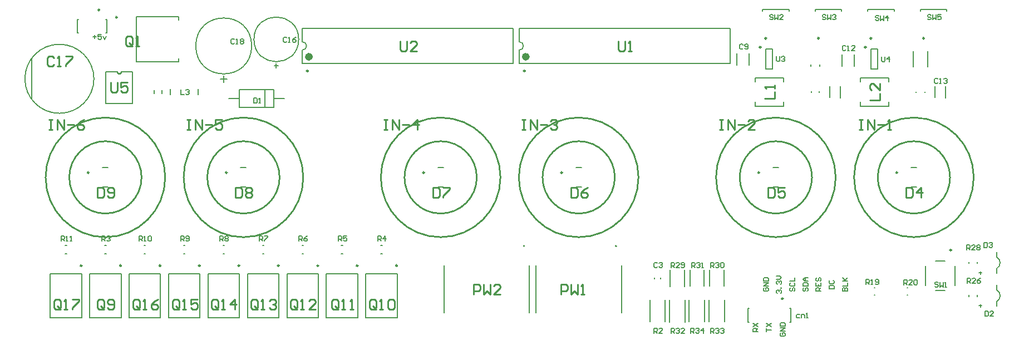
<source format=gto>
G04*
G04 #@! TF.GenerationSoftware,Altium Limited,Altium Designer,25.5.2 (35)*
G04*
G04 Layer_Color=65535*
%FSLAX44Y44*%
%MOMM*%
G71*
G04*
G04 #@! TF.SameCoordinates,D9E2C172-A1AF-44C0-98D0-4809437D878E*
G04*
G04*
G04 #@! TF.FilePolarity,Positive*
G04*
G01*
G75*
%ADD10C,0.2500*%
%ADD11C,0.2540*%
%ADD12C,0.1500*%
%ADD13C,0.6000*%
%ADD14C,0.2000*%
%ADD15C,0.1520*%
%ADD16C,0.1270*%
D10*
X144263Y325640D02*
G03*
X144263Y325640I-1250J0D01*
G01*
X171250Y714750D02*
G03*
X171250Y714750I-1250J0D01*
G01*
X818563Y621791D02*
G03*
X818563Y621791I-1250J0D01*
G01*
X488563D02*
G03*
X488563Y621791I-1250J0D01*
G01*
X1345750Y671500D02*
G03*
X1345750Y671500I-1250J0D01*
G01*
X1265750D02*
G03*
X1265750Y671500I-1250J0D01*
G01*
X1185750D02*
G03*
X1185750Y671500I-1250J0D01*
G01*
X1425750D02*
G03*
X1425750Y671500I-1250J0D01*
G01*
X1467263Y349390D02*
G03*
X1467263Y349390I-1250J0D01*
G01*
X1177513Y657891D02*
G03*
X1177513Y657891I-1250J0D01*
G01*
X1337513D02*
G03*
X1337513Y657891I-1250J0D01*
G01*
X1211263Y275391D02*
G03*
X1211263Y275391I-1250J0D01*
G01*
X1385263Y467141D02*
G03*
X1385263Y467141I-1250J0D01*
G01*
X384263Y325640D02*
G03*
X384263Y325640I-1250J0D01*
G01*
X444263D02*
G03*
X444263Y325640I-1250J0D01*
G01*
X624263D02*
G03*
X624263Y325640I-1250J0D01*
G01*
X564263D02*
G03*
X564263Y325640I-1250J0D01*
G01*
X504263D02*
G03*
X504263Y325640I-1250J0D01*
G01*
X1175263Y467141D02*
G03*
X1175263Y467141I-1250J0D01*
G01*
X264263Y325640D02*
G03*
X264263Y325640I-1250J0D01*
G01*
X324263D02*
G03*
X324263Y325640I-1250J0D01*
G01*
X204263D02*
G03*
X204263Y325640I-1250J0D01*
G01*
X198138Y703391D02*
G03*
X198138Y703391I-1250J0D01*
G01*
X155263Y467141D02*
G03*
X155263Y467141I-1250J0D01*
G01*
X365263D02*
G03*
X365263Y467141I-1250J0D01*
G01*
X665263D02*
G03*
X665263Y467141I-1250J0D01*
G01*
X875263D02*
G03*
X875263Y467141I-1250J0D01*
G01*
D11*
X235013Y459891D02*
G03*
X235013Y459891I-55000J0D01*
G01*
X271013D02*
G03*
X271013Y459891I-91000J0D01*
G01*
X198013Y620391D02*
G03*
X204363Y620391I3175J0D01*
G01*
X1501013Y459891D02*
G03*
X1501013Y459891I-91000J0D01*
G01*
X1465013D02*
G03*
X1465013Y459891I-55000J0D01*
G01*
X1255013Y459891D02*
G03*
X1255013Y459891I-55000J0D01*
G01*
X1291013D02*
G03*
X1291013Y459891I-91000J0D01*
G01*
X955013Y459891D02*
G03*
X955013Y459891I-55000J0D01*
G01*
X991013D02*
G03*
X991013Y459891I-91000J0D01*
G01*
X445013Y459891D02*
G03*
X445013Y459891I-55000J0D01*
G01*
X481013D02*
G03*
X481013Y459891I-91000J0D01*
G01*
X745013D02*
G03*
X745013Y459891I-55000J0D01*
G01*
X781013D02*
G03*
X781013Y459891I-91000J0D01*
G01*
X111953Y261638D02*
Y271795D01*
X109414Y274334D01*
X104336D01*
X101797Y271795D01*
Y261638D01*
X104336Y259099D01*
X109414D01*
X106875Y264177D02*
X111953Y259099D01*
X109414D02*
X111953Y261638D01*
X117032Y259099D02*
X122110D01*
X119571D01*
Y274334D01*
X117032Y271795D01*
X129728Y274334D02*
X139884D01*
Y271795D01*
X129728Y261638D01*
Y259099D01*
X101953Y641795D02*
X99414Y644334D01*
X94336D01*
X91797Y641795D01*
Y631638D01*
X94336Y629099D01*
X99414D01*
X101953Y631638D01*
X107032Y629099D02*
X112110D01*
X109571D01*
Y644334D01*
X107032Y641795D01*
X119728Y644334D02*
X129884D01*
Y641795D01*
X119728Y631638D01*
Y629099D01*
X188145Y604334D02*
Y591638D01*
X190684Y589099D01*
X195762D01*
X198301Y591638D01*
Y604334D01*
X213536D02*
X203380D01*
Y596716D01*
X208458Y599256D01*
X210997D01*
X213536Y596716D01*
Y591638D01*
X210997Y589099D01*
X205919D01*
X203380Y591638D01*
X628145Y667508D02*
Y654812D01*
X630684Y652273D01*
X635762D01*
X638301Y654812D01*
Y667508D01*
X653537Y652273D02*
X643380D01*
X653537Y662430D01*
Y664969D01*
X650997Y667508D01*
X645919D01*
X643380Y664969D01*
X960684Y667508D02*
Y654812D01*
X963223Y652273D01*
X968301D01*
X970841Y654812D01*
Y667508D01*
X975919Y652273D02*
X980997D01*
X978458D01*
Y667508D01*
X975919Y664969D01*
X231954Y261638D02*
Y271795D01*
X229414Y274334D01*
X224336D01*
X221797Y271795D01*
Y261638D01*
X224336Y259099D01*
X229414D01*
X226875Y264177D02*
X231954Y259099D01*
X229414D02*
X231954Y261638D01*
X237032Y259099D02*
X242110D01*
X239571D01*
Y274334D01*
X237032Y271795D01*
X259884Y274334D02*
X254806Y271795D01*
X249728Y266716D01*
Y261638D01*
X252267Y259099D01*
X257345D01*
X259884Y261638D01*
Y264177D01*
X257345Y266716D01*
X249728D01*
X291954Y261638D02*
Y271795D01*
X289414Y274334D01*
X284336D01*
X281797Y271795D01*
Y261638D01*
X284336Y259099D01*
X289414D01*
X286875Y264177D02*
X291954Y259099D01*
X289414D02*
X291954Y261638D01*
X297032Y259099D02*
X302110D01*
X299571D01*
Y274334D01*
X297032Y271795D01*
X319884Y274334D02*
X309728D01*
Y266716D01*
X314806Y269256D01*
X317345D01*
X319884Y266716D01*
Y261638D01*
X317345Y259099D01*
X312267D01*
X309728Y261638D01*
X351954D02*
Y271795D01*
X349414Y274334D01*
X344336D01*
X341797Y271795D01*
Y261638D01*
X344336Y259099D01*
X349414D01*
X346875Y264177D02*
X351954Y259099D01*
X349414D02*
X351954Y261638D01*
X357032Y259099D02*
X362110D01*
X359571D01*
Y274334D01*
X357032Y271795D01*
X377345Y259099D02*
Y274334D01*
X369728Y266716D01*
X379884D01*
X411954Y261638D02*
Y271795D01*
X409414Y274334D01*
X404336D01*
X401797Y271795D01*
Y261638D01*
X404336Y259099D01*
X409414D01*
X406875Y264177D02*
X411954Y259099D01*
X409414D02*
X411954Y261638D01*
X417032Y259099D02*
X422110D01*
X419571D01*
Y274334D01*
X417032Y271795D01*
X429728D02*
X432267Y274334D01*
X437345D01*
X439884Y271795D01*
Y269256D01*
X437345Y266716D01*
X434806D01*
X437345D01*
X439884Y264177D01*
Y261638D01*
X437345Y259099D01*
X432267D01*
X429728Y261638D01*
X471954D02*
Y271795D01*
X469414Y274334D01*
X464336D01*
X461797Y271795D01*
Y261638D01*
X464336Y259099D01*
X469414D01*
X466875Y264177D02*
X471954Y259099D01*
X469414D02*
X471954Y261638D01*
X477032Y259099D02*
X482110D01*
X479571D01*
Y274334D01*
X477032Y271795D01*
X499884Y259099D02*
X489728D01*
X499884Y269256D01*
Y271795D01*
X497345Y274334D01*
X492267D01*
X489728Y271795D01*
X534493Y261638D02*
Y271795D01*
X531954Y274334D01*
X526875D01*
X524336Y271795D01*
Y261638D01*
X526875Y259099D01*
X531954D01*
X529414Y264177D02*
X534493Y259099D01*
X531954D02*
X534493Y261638D01*
X539571Y259099D02*
X544649D01*
X542110D01*
Y274334D01*
X539571Y271795D01*
X552267Y259099D02*
X557345D01*
X554806D01*
Y274334D01*
X552267Y271795D01*
X591954Y261638D02*
Y271795D01*
X589414Y274334D01*
X584336D01*
X581797Y271795D01*
Y261638D01*
X584336Y259099D01*
X589414D01*
X586875Y264177D02*
X591954Y259099D01*
X589414D02*
X591954Y261638D01*
X597032Y259099D02*
X602110D01*
X599571D01*
Y274334D01*
X597032Y271795D01*
X609728D02*
X612267Y274334D01*
X617345D01*
X619884Y271795D01*
Y261638D01*
X617345Y259099D01*
X612267D01*
X609728Y261638D01*
Y271795D01*
X178301Y261638D02*
Y271795D01*
X175762Y274334D01*
X170684D01*
X168145Y271795D01*
Y261638D01*
X170684Y259099D01*
X175762D01*
X173223Y264177D02*
X178301Y259099D01*
X175762D02*
X178301Y261638D01*
X183380D02*
X185919Y259099D01*
X190997D01*
X193536Y261638D01*
Y271795D01*
X190997Y274334D01*
X185919D01*
X183380Y271795D01*
Y269256D01*
X185919Y266716D01*
X193536D01*
X220841Y661638D02*
Y671795D01*
X218301Y674334D01*
X213223D01*
X210684Y671795D01*
Y661638D01*
X213223Y659099D01*
X218301D01*
X215762Y664177D02*
X220841Y659099D01*
X218301D02*
X220841Y661638D01*
X225919Y659099D02*
X230997D01*
X228458D01*
Y674334D01*
X225919Y671795D01*
X740527Y282273D02*
Y297508D01*
X748145D01*
X750684Y294969D01*
Y289891D01*
X748145Y287351D01*
X740527D01*
X755762Y297508D02*
Y282273D01*
X760841Y287351D01*
X765919Y282273D01*
Y297508D01*
X781154Y282273D02*
X770997D01*
X781154Y292430D01*
Y294969D01*
X778615Y297508D01*
X773537D01*
X770997Y294969D01*
X873066Y282273D02*
Y297508D01*
X880684D01*
X883223Y294969D01*
Y289891D01*
X880684Y287351D01*
X873066D01*
X888301Y297508D02*
Y282273D01*
X893380Y287351D01*
X898458Y282273D01*
Y297508D01*
X903537Y282273D02*
X908615D01*
X906076D01*
Y297508D01*
X903537Y294969D01*
X1343223Y577195D02*
X1358458D01*
Y587351D01*
Y602587D02*
Y592430D01*
X1348301Y602587D01*
X1345762D01*
X1343223Y600047D01*
Y594969D01*
X1345762Y592430D01*
X1183223Y579734D02*
X1198458D01*
Y589891D01*
Y594969D02*
Y600047D01*
Y597508D01*
X1183223D01*
X1185762Y594969D01*
X94179Y547508D02*
X99258D01*
X96718D01*
Y532273D01*
X94179D01*
X99258D01*
X106875D02*
Y547508D01*
X117032Y532273D01*
Y547508D01*
X122110Y539891D02*
X132267D01*
X147502Y547508D02*
X142424Y544969D01*
X137345Y539891D01*
Y534812D01*
X139884Y532273D01*
X144963D01*
X147502Y534812D01*
Y537351D01*
X144963Y539891D01*
X137345D01*
X304179Y547508D02*
X309258D01*
X306718D01*
Y532273D01*
X304179D01*
X309258D01*
X316875D02*
Y547508D01*
X327032Y532273D01*
Y547508D01*
X332110Y539891D02*
X342267D01*
X357502Y547508D02*
X347345D01*
Y539891D01*
X352424Y542430D01*
X354963D01*
X357502Y539891D01*
Y534812D01*
X354963Y532273D01*
X349884D01*
X347345Y534812D01*
X604179Y547508D02*
X609258D01*
X606718D01*
Y532273D01*
X604179D01*
X609258D01*
X616875D02*
Y547508D01*
X627032Y532273D01*
Y547508D01*
X632110Y539891D02*
X642267D01*
X654963Y532273D02*
Y547508D01*
X647345Y539891D01*
X657502D01*
X814179Y547508D02*
X819258D01*
X816718D01*
Y532273D01*
X814179D01*
X819258D01*
X826875D02*
Y547508D01*
X837032Y532273D01*
Y547508D01*
X842110Y539891D02*
X852267D01*
X857345Y544969D02*
X859884Y547508D01*
X864963D01*
X867502Y544969D01*
Y542430D01*
X864963Y539891D01*
X862424D01*
X864963D01*
X867502Y537351D01*
Y534812D01*
X864963Y532273D01*
X859884D01*
X857345Y534812D01*
X1114179Y547508D02*
X1119258D01*
X1116718D01*
Y532273D01*
X1114179D01*
X1119258D01*
X1126875D02*
Y547508D01*
X1137032Y532273D01*
Y547508D01*
X1142110Y539891D02*
X1152267D01*
X1167502Y532273D02*
X1157345D01*
X1167502Y542430D01*
Y544969D01*
X1164963Y547508D01*
X1159884D01*
X1157345Y544969D01*
X1326718Y547508D02*
X1331797D01*
X1329258D01*
Y532273D01*
X1326718D01*
X1331797D01*
X1339414D02*
Y547508D01*
X1349571Y532273D01*
Y547508D01*
X1354649Y539891D02*
X1364806D01*
X1369884Y532273D02*
X1374963D01*
X1372424D01*
Y547508D01*
X1369884Y544969D01*
X168145Y444334D02*
Y429099D01*
X175762D01*
X178301Y431638D01*
Y441795D01*
X175762Y444334D01*
X168145D01*
X183380Y431638D02*
X185919Y429099D01*
X190997D01*
X193536Y431638D01*
Y441795D01*
X190997Y444334D01*
X185919D01*
X183380Y441795D01*
Y439256D01*
X185919Y436716D01*
X193536D01*
X378145Y444334D02*
Y429099D01*
X385762D01*
X388301Y431638D01*
Y441795D01*
X385762Y444334D01*
X378145D01*
X393380Y441795D02*
X395919Y444334D01*
X400997D01*
X403536Y441795D01*
Y439256D01*
X400997Y436716D01*
X403536Y434177D01*
Y431638D01*
X400997Y429099D01*
X395919D01*
X393380Y431638D01*
Y434177D01*
X395919Y436716D01*
X393380Y439256D01*
Y441795D01*
X395919Y436716D02*
X400997D01*
X678145Y444334D02*
Y429099D01*
X685762D01*
X688301Y431638D01*
Y441795D01*
X685762Y444334D01*
X678145D01*
X693380D02*
X703537D01*
Y441795D01*
X693380Y431638D01*
Y429099D01*
X888145Y444334D02*
Y429099D01*
X895762D01*
X898301Y431638D01*
Y441795D01*
X895762Y444334D01*
X888145D01*
X913537D02*
X908458Y441795D01*
X903380Y436716D01*
Y431638D01*
X905919Y429099D01*
X910997D01*
X913537Y431638D01*
Y434177D01*
X910997Y436716D01*
X903380D01*
X1188145Y444334D02*
Y429099D01*
X1195762D01*
X1198301Y431638D01*
Y441795D01*
X1195762Y444334D01*
X1188145D01*
X1213537D02*
X1203380D01*
Y436716D01*
X1208458Y439256D01*
X1210997D01*
X1213537Y436716D01*
Y431638D01*
X1210997Y429099D01*
X1205919D01*
X1203380Y431638D01*
X1398145Y444334D02*
Y429099D01*
X1405762D01*
X1408301Y431638D01*
Y441795D01*
X1405762Y444334D01*
X1398145D01*
X1420997Y429099D02*
Y444334D01*
X1413380Y436716D01*
X1423537D01*
D12*
X162513Y609891D02*
G03*
X162513Y609891I-52500J0D01*
G01*
D13*
X822513Y643391D02*
G03*
X822513Y643391I-3000J0D01*
G01*
X492513D02*
G03*
X492513Y643391I-3000J0D01*
G01*
D14*
X809513Y653541D02*
G03*
X809513Y666241I0J6350D01*
G01*
X479513Y653541D02*
G03*
X479513Y666241I0J6350D01*
G01*
X402513Y659891D02*
G03*
X402513Y659891I-42500J0D01*
G01*
X474013Y669891D02*
G03*
X474013Y669891I-34000J0D01*
G01*
X1536013Y271140D02*
G03*
X1536013Y288641I-4841J8750D01*
G01*
Y321141D02*
G03*
X1536013Y338641I-4841J8750D01*
G01*
X817713Y355341D02*
G03*
X817713Y355341I-1000J0D01*
G01*
X957713D02*
G03*
X957713Y355341I-1000J0D01*
G01*
D15*
X143913Y246390D02*
Y313391D01*
X96113Y246390D02*
X143913D01*
X96113D02*
Y313391D01*
X143913D01*
X182500Y679459D02*
Y700541D01*
X137500D02*
X139300D01*
X180700D02*
X182500D01*
X137500Y679459D02*
Y700541D01*
Y679459D02*
X139300D01*
X180700D02*
X182500D01*
X68013Y579891D02*
Y639891D01*
X1130513Y633391D02*
Y686391D01*
X809513Y666241D02*
Y686391D01*
Y633391D02*
Y653541D01*
Y686391D02*
X1130513D01*
X809513Y633391D02*
X1130513D01*
X479513D02*
X800513D01*
X479513Y686391D02*
X800513D01*
X479513Y633391D02*
Y653541D01*
Y666241D02*
Y686391D01*
X800513Y633391D02*
Y686391D01*
X1380000Y712750D02*
Y715000D01*
X1340000D02*
X1380000D01*
X1340000Y712750D02*
Y715000D01*
X1300000Y712750D02*
Y715000D01*
X1260000D02*
X1300000D01*
X1260000Y712750D02*
Y715000D01*
X1180000Y712750D02*
Y715000D01*
X1220000D01*
Y712750D02*
Y715000D01*
X1460000Y712750D02*
Y715000D01*
X1420000D02*
X1460000D01*
X1420000Y712750D02*
Y715000D01*
X1442763Y332391D02*
X1457263D01*
X1427513Y295140D02*
Y324641D01*
X1442763Y287390D02*
X1457263D01*
X1472513Y295140D02*
Y324641D01*
X1099263Y294186D02*
Y319247D01*
X1120763Y294186D02*
Y319247D01*
X1090763Y294186D02*
Y319247D01*
X1069263Y294186D02*
Y319247D01*
X1039263Y293931D02*
Y318993D01*
X1060763Y293931D02*
Y318993D01*
X1091794Y240186D02*
Y273248D01*
X1068232Y240186D02*
Y273248D01*
X1098232Y240186D02*
Y273248D01*
X1121794Y240186D02*
Y273248D01*
X1493763Y328891D02*
Y330891D01*
X1506263Y328891D02*
Y330891D01*
X1038232Y239931D02*
Y272993D01*
X1061794Y239931D02*
Y272993D01*
X1185013Y655390D02*
X1195013D01*
X1185013Y624390D02*
X1195013D01*
X1185013D02*
Y655390D01*
X1195013Y624390D02*
Y655390D01*
X1345013D02*
X1355013D01*
X1345013Y624390D02*
X1355013D01*
X1345013D02*
Y655390D01*
X1355013Y624390D02*
Y655390D01*
X180513Y571941D02*
Y620391D01*
Y571941D02*
X221153D01*
Y620741D01*
X180513Y620391D02*
X197658D01*
X204508Y620741D02*
X208794D01*
X221153D01*
X423013Y566991D02*
Y592791D01*
X367633Y579891D02*
X384013D01*
X436013D02*
X452393D01*
X436013Y566291D02*
Y593491D01*
X384013D02*
X436013D01*
X384013Y566291D02*
Y593491D01*
Y566291D02*
X436013D01*
X1220713Y239350D02*
X1222513D01*
X1157513D02*
X1159313D01*
X1157513D02*
Y260432D01*
X1220713D02*
X1222513D01*
X1157513D02*
X1159313D01*
X1222513Y239350D02*
Y260432D01*
X1509263Y264641D02*
X1513263D01*
X1511263Y262640D02*
Y266640D01*
X1536013Y288640D02*
Y295891D01*
Y263891D02*
Y271141D01*
X1024513Y305966D02*
Y307467D01*
X1015513Y305966D02*
Y307467D01*
X1509263Y314641D02*
X1513263D01*
X1511263Y312640D02*
Y316640D01*
X1536013Y338641D02*
Y345891D01*
Y313891D02*
Y321141D01*
X1159013Y630891D02*
Y648891D01*
X1141013Y630891D02*
Y648891D01*
X1319013Y628641D02*
Y646641D01*
X1301013Y628641D02*
Y646641D01*
X1458513Y581141D02*
Y598641D01*
X1441663Y581221D02*
Y598721D01*
X1405763Y444891D02*
X1414263D01*
X1405763Y474891D02*
X1414263D01*
X1281663Y581221D02*
Y598721D01*
X1298513Y581141D02*
Y598641D01*
X266044Y587422D02*
Y592360D01*
X253982Y587422D02*
Y592360D01*
X1506263Y278891D02*
Y280891D01*
X1493763Y278891D02*
Y280891D01*
X299013Y343641D02*
X301013D01*
X299013Y356141D02*
X301013D01*
X336113Y313391D02*
X383913D01*
X336113Y246390D02*
Y313391D01*
Y246390D02*
X383913D01*
Y313391D01*
X359013Y343641D02*
X361013D01*
X359013Y356141D02*
X361013D01*
X1399513Y292216D02*
X1400513D01*
X1399513Y281217D02*
X1400513D01*
X1349513Y281217D02*
X1350513D01*
X1349513Y292216D02*
X1350513D01*
X419013Y356141D02*
X421013D01*
X419013Y343641D02*
X421013D01*
X396113Y313391D02*
X443913D01*
X396113Y246390D02*
Y313391D01*
Y246390D02*
X443913D01*
Y313391D01*
X1008232Y240186D02*
Y273248D01*
X1031794Y240186D02*
Y273248D01*
X825013Y253891D02*
Y325891D01*
X695013Y253891D02*
Y325891D01*
X835013Y253891D02*
Y325891D01*
X965013Y253891D02*
Y325891D01*
X576113Y313391D02*
X623913D01*
X576113Y246390D02*
Y313391D01*
Y246390D02*
X623913D01*
Y313391D01*
X599013Y343641D02*
X601013D01*
X599013Y356141D02*
X601013D01*
X516113Y313391D02*
X563913D01*
X516113Y246390D02*
Y313391D01*
Y246390D02*
X563913D01*
Y313391D01*
X539013Y343641D02*
X541013D01*
X539013Y356141D02*
X541013D01*
X456113Y313391D02*
X503913D01*
X456113Y246390D02*
Y313391D01*
Y246390D02*
X503913D01*
Y313391D01*
X479013Y343641D02*
X481013D01*
X479013Y356141D02*
X481013D01*
X1426513Y589391D02*
Y590391D01*
X1413513Y589391D02*
Y590391D01*
X1168443Y605071D02*
Y611461D01*
Y568321D02*
Y574711D01*
Y568321D02*
X1211583D01*
Y605071D02*
Y611461D01*
Y568321D02*
Y574711D01*
X1168443Y611461D02*
X1211583D01*
X1328443Y605071D02*
Y611461D01*
Y568321D02*
Y574711D01*
Y568321D02*
X1371583D01*
Y605071D02*
Y611461D01*
Y568321D02*
Y574711D01*
X1328443Y611461D02*
X1371583D01*
X1430763Y627830D02*
Y651951D01*
X1409263Y627830D02*
Y651951D01*
X1267013Y628641D02*
Y631141D01*
X1253013Y628641D02*
Y631141D01*
X1265763Y588891D02*
Y590891D01*
X1254263Y588891D02*
Y590891D01*
X1195763Y444891D02*
X1204263D01*
X1195763Y474891D02*
X1204263D01*
X263913Y246390D02*
Y313391D01*
X216113Y246390D02*
X263913D01*
X216113D02*
Y313391D01*
X263913D01*
X276113D02*
X323913D01*
X276113Y246390D02*
Y313391D01*
Y246390D02*
X323913D01*
Y313391D01*
X119013Y343641D02*
X121013D01*
X119013Y356141D02*
X121013D01*
X203913Y246390D02*
Y313391D01*
X156113Y246390D02*
X203913D01*
X156113D02*
Y313391D01*
X203913D01*
X239013Y343641D02*
X241013D01*
X239013Y356141D02*
X241013D01*
X179013Y343641D02*
X181013D01*
X179013Y356141D02*
X181013D01*
X279013Y585641D02*
Y594141D01*
X321013Y585641D02*
Y594141D01*
X226878Y635756D02*
Y704026D01*
X291148D01*
X226878Y635756D02*
X291148D01*
Y640756D01*
Y699025D02*
Y704026D01*
X175763Y444891D02*
X184263D01*
X175763Y474891D02*
X184263D01*
X385763Y444891D02*
X394263D01*
X385763Y474891D02*
X394263D01*
X685763Y444891D02*
X694263D01*
X685763Y474891D02*
X694263D01*
X895763Y444891D02*
X904263D01*
X895763Y474891D02*
X904263D01*
D16*
X1207665Y223037D02*
X1206396Y221767D01*
Y219228D01*
X1207665Y217959D01*
X1212744D01*
X1214013Y219228D01*
Y221767D01*
X1212744Y223037D01*
X1210204D01*
Y220498D01*
X1214013Y225576D02*
X1206396D01*
X1214013Y230655D01*
X1206396D01*
Y233194D02*
X1214013D01*
Y237002D01*
X1212744Y238272D01*
X1207665D01*
X1206396Y237002D01*
Y233194D01*
X1185600Y225462D02*
Y230541D01*
Y228001D01*
X1193217D01*
X1185600Y233080D02*
X1193217Y238158D01*
X1185600D02*
X1193217Y233080D01*
X1173217Y225462D02*
X1165600D01*
Y229271D01*
X1166869Y230541D01*
X1169408D01*
X1170678Y229271D01*
Y225462D01*
Y228001D02*
X1173217Y230541D01*
X1165600Y233080D02*
X1173217Y238158D01*
X1165600D02*
X1173217Y233080D01*
X161250Y673803D02*
X166329D01*
X163790Y676342D02*
Y671264D01*
X173946Y677612D02*
X168868D01*
Y673803D01*
X171407Y675073D01*
X172677D01*
X173946Y673803D01*
Y671264D01*
X172677Y669994D01*
X170138D01*
X168868Y671264D01*
X176486Y675073D02*
X179025Y669994D01*
X181564Y675073D01*
X360010Y614390D02*
Y604394D01*
X365009Y609392D02*
X355012D01*
X440011Y632891D02*
Y626226D01*
X443343Y629558D02*
X436679D01*
X1301125Y286560D02*
X1308743D01*
Y290369D01*
X1307473Y291638D01*
X1306203D01*
X1304934Y290369D01*
Y286560D01*
Y290369D01*
X1303664Y291638D01*
X1302395D01*
X1301125Y290369D01*
Y286560D01*
Y294177D02*
X1308743D01*
Y299256D01*
X1301125Y301795D02*
X1308743D01*
X1306203D01*
X1301125Y306873D01*
X1304934Y303064D01*
X1308743Y306873D01*
X1281125Y290369D02*
X1288743D01*
Y294177D01*
X1287473Y295447D01*
X1282395D01*
X1281125Y294177D01*
Y290369D01*
X1282395Y303064D02*
X1281125Y301795D01*
Y299256D01*
X1282395Y297986D01*
X1287473D01*
X1288743Y299256D01*
Y301795D01*
X1287473Y303064D01*
X1268743Y286560D02*
X1261125D01*
Y290369D01*
X1262395Y291638D01*
X1264934D01*
X1266203Y290369D01*
Y286560D01*
Y289099D02*
X1268743Y291638D01*
X1261125Y299256D02*
Y294177D01*
X1268743D01*
Y299256D01*
X1264934Y294177D02*
Y296716D01*
X1262395Y306873D02*
X1261125Y305604D01*
Y303064D01*
X1262395Y301795D01*
X1263664D01*
X1264934Y303064D01*
Y305604D01*
X1266203Y306873D01*
X1267473D01*
X1268743Y305604D01*
Y303064D01*
X1267473Y301795D01*
X1242395Y291638D02*
X1241125Y290369D01*
Y287829D01*
X1242395Y286560D01*
X1243664D01*
X1244934Y287829D01*
Y290369D01*
X1246203Y291638D01*
X1247473D01*
X1248743Y290369D01*
Y287829D01*
X1247473Y286560D01*
X1241125Y294177D02*
X1248743D01*
Y297986D01*
X1247473Y299256D01*
X1242395D01*
X1241125Y297986D01*
Y294177D01*
X1248743Y301795D02*
X1243664D01*
X1241125Y304334D01*
X1243664Y306873D01*
X1248743D01*
X1244934D01*
Y301795D01*
X1182395Y291638D02*
X1181125Y290369D01*
Y287829D01*
X1182395Y286560D01*
X1187473D01*
X1188743Y287829D01*
Y290369D01*
X1187473Y291638D01*
X1184934D01*
Y289099D01*
X1188743Y294177D02*
X1181125D01*
X1188743Y299256D01*
X1181125D01*
Y301795D02*
X1188743D01*
Y305604D01*
X1187473Y306873D01*
X1182395D01*
X1181125Y305604D01*
Y301795D01*
X1202395Y283386D02*
X1201125Y284655D01*
Y287195D01*
X1202395Y288464D01*
X1203664D01*
X1204934Y287195D01*
Y285925D01*
Y287195D01*
X1206203Y288464D01*
X1207473D01*
X1208743Y287195D01*
Y284655D01*
X1207473Y283386D01*
X1208743Y291003D02*
X1207473D01*
Y292273D01*
X1208743D01*
Y291003D01*
X1202395Y297351D02*
X1201125Y298621D01*
Y301160D01*
X1202395Y302430D01*
X1203664D01*
X1204934Y301160D01*
Y299890D01*
Y301160D01*
X1206203Y302430D01*
X1207473D01*
X1208743Y301160D01*
Y298621D01*
X1207473Y297351D01*
X1201125Y304969D02*
X1206203D01*
X1208743Y307508D01*
X1206203Y310047D01*
X1201125D01*
X1222395Y291638D02*
X1221125Y290369D01*
Y287829D01*
X1222395Y286560D01*
X1223664D01*
X1224934Y287829D01*
Y290369D01*
X1226203Y291638D01*
X1227473D01*
X1228743Y290369D01*
Y287829D01*
X1227473Y286560D01*
X1222395Y299256D02*
X1221125Y297986D01*
Y295447D01*
X1222395Y294177D01*
X1227473D01*
X1228743Y295447D01*
Y297986D01*
X1227473Y299256D01*
X1221125Y301795D02*
X1228743D01*
Y306873D01*
X1435750Y706365D02*
X1434480Y707635D01*
X1431941D01*
X1430671Y706365D01*
Y705096D01*
X1431941Y703826D01*
X1434480D01*
X1435750Y702556D01*
Y701287D01*
X1434480Y700017D01*
X1431941D01*
X1430671Y701287D01*
X1438289Y707635D02*
Y700017D01*
X1440828Y702556D01*
X1443367Y700017D01*
Y707635D01*
X1450985D02*
X1445906D01*
Y703826D01*
X1448445Y705096D01*
X1449715D01*
X1450985Y703826D01*
Y701287D01*
X1449715Y700017D01*
X1447176D01*
X1445906Y701287D01*
X1356543Y704925D02*
X1355274Y706194D01*
X1352735D01*
X1351465Y704925D01*
Y703655D01*
X1352735Y702386D01*
X1355274D01*
X1356543Y701116D01*
Y699846D01*
X1355274Y698577D01*
X1352735D01*
X1351465Y699846D01*
X1359082Y706194D02*
Y698577D01*
X1361622Y701116D01*
X1364161Y698577D01*
Y706194D01*
X1370509Y698577D02*
Y706194D01*
X1366700Y702386D01*
X1371778D01*
X1275750Y706365D02*
X1274480Y707635D01*
X1271941D01*
X1270671Y706365D01*
Y705096D01*
X1271941Y703826D01*
X1274480D01*
X1275750Y702556D01*
Y701287D01*
X1274480Y700017D01*
X1271941D01*
X1270671Y701287D01*
X1278289Y707635D02*
Y700017D01*
X1280828Y702556D01*
X1283367Y700017D01*
Y707635D01*
X1285906Y706365D02*
X1287176Y707635D01*
X1289715D01*
X1290985Y706365D01*
Y705096D01*
X1289715Y703826D01*
X1288445D01*
X1289715D01*
X1290985Y702556D01*
Y701287D01*
X1289715Y700017D01*
X1287176D01*
X1285906Y701287D01*
X1195750Y706365D02*
X1194480Y707635D01*
X1191941D01*
X1190671Y706365D01*
Y705096D01*
X1191941Y703826D01*
X1194480D01*
X1195750Y702556D01*
Y701287D01*
X1194480Y700017D01*
X1191941D01*
X1190671Y701287D01*
X1198289Y707635D02*
Y700017D01*
X1200828Y702556D01*
X1203367Y700017D01*
Y707635D01*
X1210985Y700017D02*
X1205906D01*
X1210985Y705096D01*
Y706365D01*
X1209715Y707635D01*
X1207176D01*
X1205906Y706365D01*
X1447032Y299256D02*
X1445762Y300525D01*
X1443223D01*
X1441953Y299256D01*
Y297986D01*
X1443223Y296716D01*
X1445762D01*
X1447032Y295447D01*
Y294177D01*
X1445762Y292908D01*
X1443223D01*
X1441953Y294177D01*
X1449571Y300525D02*
Y292908D01*
X1452110Y295447D01*
X1454649Y292908D01*
Y300525D01*
X1457189Y292908D02*
X1459728D01*
X1458458D01*
Y300525D01*
X1457189Y299256D01*
X376397Y669256D02*
X375127Y670525D01*
X372588D01*
X371319Y669256D01*
Y664177D01*
X372588Y662908D01*
X375127D01*
X376397Y664177D01*
X378936Y662908D02*
X381475D01*
X380206D01*
Y670525D01*
X378936Y669256D01*
X385284D02*
X386554Y670525D01*
X389093D01*
X390363Y669256D01*
Y667986D01*
X389093Y666717D01*
X390363Y665447D01*
Y664177D01*
X389093Y662908D01*
X386554D01*
X385284Y664177D01*
Y665447D01*
X386554Y666717D01*
X385284Y667986D01*
Y669256D01*
X386554Y666717D02*
X389093D01*
X1361084Y643713D02*
Y637365D01*
X1362353Y636095D01*
X1364893D01*
X1366162Y637365D01*
Y643713D01*
X1372510Y636095D02*
Y643713D01*
X1368701Y639904D01*
X1373780D01*
X1201017Y643987D02*
Y637639D01*
X1202287Y636370D01*
X1204826D01*
X1206096Y637639D01*
Y643987D01*
X1208635Y642718D02*
X1209904Y643987D01*
X1212444D01*
X1213713Y642718D01*
Y641448D01*
X1212444Y640179D01*
X1211174D01*
X1212444D01*
X1213713Y638909D01*
Y637639D01*
X1212444Y636370D01*
X1209904D01*
X1208635Y637639D01*
X1070684Y222908D02*
Y230525D01*
X1074493D01*
X1075762Y229256D01*
Y226716D01*
X1074493Y225447D01*
X1070684D01*
X1073223D02*
X1075762Y222908D01*
X1078301Y229256D02*
X1079571Y230525D01*
X1082110D01*
X1083380Y229256D01*
Y227986D01*
X1082110Y226716D01*
X1080841D01*
X1082110D01*
X1083380Y225447D01*
Y224177D01*
X1082110Y222908D01*
X1079571D01*
X1078301Y224177D01*
X1089728Y222908D02*
Y230525D01*
X1085919Y226716D01*
X1090997D01*
X1100684Y222908D02*
Y230525D01*
X1104493D01*
X1105762Y229256D01*
Y226716D01*
X1104493Y225447D01*
X1100684D01*
X1103223D02*
X1105762Y222908D01*
X1108301Y229256D02*
X1109571Y230525D01*
X1112110D01*
X1113380Y229256D01*
Y227986D01*
X1112110Y226716D01*
X1110841D01*
X1112110D01*
X1113380Y225447D01*
Y224177D01*
X1112110Y222908D01*
X1109571D01*
X1108301Y224177D01*
X1115919Y229256D02*
X1117188Y230525D01*
X1119728D01*
X1120997Y229256D01*
Y227986D01*
X1119728Y226716D01*
X1118458D01*
X1119728D01*
X1120997Y225447D01*
Y224177D01*
X1119728Y222908D01*
X1117188D01*
X1115919Y224177D01*
X1040684Y222908D02*
Y230525D01*
X1044493D01*
X1045762Y229256D01*
Y226716D01*
X1044493Y225447D01*
X1040684D01*
X1043223D02*
X1045762Y222908D01*
X1048301Y229256D02*
X1049571Y230525D01*
X1052110D01*
X1053380Y229256D01*
Y227986D01*
X1052110Y226716D01*
X1050841D01*
X1052110D01*
X1053380Y225447D01*
Y224177D01*
X1052110Y222908D01*
X1049571D01*
X1048301Y224177D01*
X1060997Y222908D02*
X1055919D01*
X1060997Y227986D01*
Y229256D01*
X1059728Y230525D01*
X1057189D01*
X1055919Y229256D01*
X1071954Y322908D02*
Y330525D01*
X1075762D01*
X1077032Y329256D01*
Y326716D01*
X1075762Y325447D01*
X1071954D01*
X1074493D02*
X1077032Y322908D01*
X1079571Y329256D02*
X1080841Y330525D01*
X1083380D01*
X1084649Y329256D01*
Y327986D01*
X1083380Y326716D01*
X1082110D01*
X1083380D01*
X1084649Y325447D01*
Y324177D01*
X1083380Y322908D01*
X1080841D01*
X1079571Y324177D01*
X1087188Y322908D02*
X1089728D01*
X1088458D01*
Y330525D01*
X1087188Y329256D01*
X1100684Y322908D02*
Y330525D01*
X1104493D01*
X1105762Y329256D01*
Y326716D01*
X1104493Y325447D01*
X1100684D01*
X1103223D02*
X1105762Y322908D01*
X1108301Y329256D02*
X1109571Y330525D01*
X1112110D01*
X1113380Y329256D01*
Y327986D01*
X1112110Y326716D01*
X1110841D01*
X1112110D01*
X1113380Y325447D01*
Y324177D01*
X1112110Y322908D01*
X1109571D01*
X1108301Y324177D01*
X1115919Y329256D02*
X1117188Y330525D01*
X1119728D01*
X1120997Y329256D01*
Y324177D01*
X1119728Y322908D01*
X1117188D01*
X1115919Y324177D01*
Y329256D01*
X1040684Y322653D02*
Y330271D01*
X1044493D01*
X1045762Y329001D01*
Y326462D01*
X1044493Y325192D01*
X1040684D01*
X1043223D02*
X1045762Y322653D01*
X1053380D02*
X1048301D01*
X1053380Y327731D01*
Y329001D01*
X1052110Y330271D01*
X1049571D01*
X1048301Y329001D01*
X1055919Y323923D02*
X1057189Y322653D01*
X1059728D01*
X1060997Y323923D01*
Y329001D01*
X1059728Y330271D01*
X1057189D01*
X1055919Y329001D01*
Y327731D01*
X1057189Y326462D01*
X1060997D01*
X1490613Y349527D02*
Y357145D01*
X1494422D01*
X1495691Y355875D01*
Y353336D01*
X1494422Y352066D01*
X1490613D01*
X1493152D02*
X1495691Y349527D01*
X1503309D02*
X1498231D01*
X1503309Y354606D01*
Y355875D01*
X1502039Y357145D01*
X1499500D01*
X1498231Y355875D01*
X1505848D02*
X1507118Y357145D01*
X1509657D01*
X1510927Y355875D01*
Y354606D01*
X1509657Y353336D01*
X1510927Y352066D01*
Y350797D01*
X1509657Y349527D01*
X1507118D01*
X1505848Y350797D01*
Y352066D01*
X1507118Y353336D01*
X1505848Y354606D01*
Y355875D01*
X1507118Y353336D02*
X1509657D01*
X1490812Y298958D02*
Y306575D01*
X1494621D01*
X1495891Y305306D01*
Y302766D01*
X1494621Y301497D01*
X1490812D01*
X1493351D02*
X1495891Y298958D01*
X1503508D02*
X1498430D01*
X1503508Y304036D01*
Y305306D01*
X1502239Y306575D01*
X1499699D01*
X1498430Y305306D01*
X1511126Y306575D02*
X1508586Y305306D01*
X1506047Y302766D01*
Y300227D01*
X1507317Y298958D01*
X1509856D01*
X1511126Y300227D01*
Y301497D01*
X1509856Y302766D01*
X1506047D01*
X1394697Y296279D02*
Y303896D01*
X1398506D01*
X1399776Y302627D01*
Y300088D01*
X1398506Y298818D01*
X1394697D01*
X1397237D02*
X1399776Y296279D01*
X1407393D02*
X1402315D01*
X1407393Y301357D01*
Y302627D01*
X1406124Y303896D01*
X1403584D01*
X1402315Y302627D01*
X1409933D02*
X1411202Y303896D01*
X1413741D01*
X1415011Y302627D01*
Y297549D01*
X1413741Y296279D01*
X1411202D01*
X1409933Y297549D01*
Y302627D01*
X1337417Y297010D02*
Y304628D01*
X1341226D01*
X1342495Y303358D01*
Y300819D01*
X1341226Y299550D01*
X1337417D01*
X1339956D02*
X1342495Y297010D01*
X1345034D02*
X1347574D01*
X1346304D01*
Y304628D01*
X1345034Y303358D01*
X1351382Y298280D02*
X1352652Y297010D01*
X1355191D01*
X1356461Y298280D01*
Y303358D01*
X1355191Y304628D01*
X1352652D01*
X1351382Y303358D01*
Y302089D01*
X1352652Y300819D01*
X1356461D01*
X112588Y362908D02*
Y370525D01*
X116397D01*
X117667Y369256D01*
Y366716D01*
X116397Y365447D01*
X112588D01*
X115127D02*
X117667Y362908D01*
X120206D02*
X122745D01*
X121475D01*
Y370525D01*
X120206Y369256D01*
X126554Y362908D02*
X129093D01*
X127823D01*
Y370525D01*
X126554Y369256D01*
X231319Y362908D02*
Y370525D01*
X235128D01*
X236397Y369256D01*
Y366716D01*
X235128Y365447D01*
X231319D01*
X233858D02*
X236397Y362908D01*
X238936D02*
X241475D01*
X240206D01*
Y370525D01*
X238936Y369256D01*
X245284D02*
X246554Y370525D01*
X249093D01*
X250362Y369256D01*
Y364177D01*
X249093Y362908D01*
X246554D01*
X245284Y364177D01*
Y369256D01*
X294493Y362908D02*
Y370525D01*
X298301D01*
X299571Y369256D01*
Y366716D01*
X298301Y365447D01*
X294493D01*
X297032D02*
X299571Y362908D01*
X302110Y364177D02*
X303380Y362908D01*
X305919D01*
X307188Y364177D01*
Y369256D01*
X305919Y370525D01*
X303380D01*
X302110Y369256D01*
Y367986D01*
X303380Y366716D01*
X307188D01*
X354493Y362908D02*
Y370525D01*
X358301D01*
X359571Y369256D01*
Y366716D01*
X358301Y365447D01*
X354493D01*
X357032D02*
X359571Y362908D01*
X362110Y369256D02*
X363380Y370525D01*
X365919D01*
X367188Y369256D01*
Y367986D01*
X365919Y366716D01*
X367188Y365447D01*
Y364177D01*
X365919Y362908D01*
X363380D01*
X362110Y364177D01*
Y365447D01*
X363380Y366716D01*
X362110Y367986D01*
Y369256D01*
X363380Y366716D02*
X365919D01*
X414493Y362908D02*
Y370525D01*
X418301D01*
X419571Y369256D01*
Y366716D01*
X418301Y365447D01*
X414493D01*
X417032D02*
X419571Y362908D01*
X422110Y370525D02*
X427188D01*
Y369256D01*
X422110Y364177D01*
Y362908D01*
X474493D02*
Y370525D01*
X478301D01*
X479571Y369256D01*
Y366716D01*
X478301Y365447D01*
X474493D01*
X477032D02*
X479571Y362908D01*
X487188Y370525D02*
X484649Y369256D01*
X482110Y366716D01*
Y364177D01*
X483380Y362908D01*
X485919D01*
X487188Y364177D01*
Y365447D01*
X485919Y366716D01*
X482110D01*
X534493Y362908D02*
Y370525D01*
X538302D01*
X539571Y369256D01*
Y366716D01*
X538302Y365447D01*
X534493D01*
X537032D02*
X539571Y362908D01*
X547189Y370525D02*
X542110D01*
Y366716D01*
X544649Y367986D01*
X545919D01*
X547189Y366716D01*
Y364177D01*
X545919Y362908D01*
X543380D01*
X542110Y364177D01*
X594493Y362908D02*
Y370525D01*
X598301D01*
X599571Y369256D01*
Y366716D01*
X598301Y365447D01*
X594493D01*
X597032D02*
X599571Y362908D01*
X605919D02*
Y370525D01*
X602110Y366716D01*
X607188D01*
X174493Y362908D02*
Y370525D01*
X178301D01*
X179571Y369256D01*
Y366716D01*
X178301Y365447D01*
X174493D01*
X177032D02*
X179571Y362908D01*
X182110Y369256D02*
X183380Y370525D01*
X185919D01*
X187188Y369256D01*
Y367986D01*
X185919Y366716D01*
X184649D01*
X185919D01*
X187188Y365447D01*
Y364177D01*
X185919Y362908D01*
X183380D01*
X182110Y364177D01*
X1014493Y222908D02*
Y230525D01*
X1018301D01*
X1019571Y229256D01*
Y226716D01*
X1018301Y225447D01*
X1014493D01*
X1017032D02*
X1019571Y222908D01*
X1027188D02*
X1022110D01*
X1027188Y227986D01*
Y229256D01*
X1025919Y230525D01*
X1023380D01*
X1022110Y229256D01*
X294493Y593699D02*
Y586082D01*
X299571D01*
X302110Y592430D02*
X303380Y593699D01*
X305919D01*
X307188Y592430D01*
Y591160D01*
X305919Y589891D01*
X304649D01*
X305919D01*
X307188Y588621D01*
Y587351D01*
X305919Y586082D01*
X303380D01*
X302110Y587351D01*
X1516720Y360728D02*
Y353111D01*
X1520529D01*
X1521799Y354381D01*
Y359459D01*
X1520529Y360728D01*
X1516720D01*
X1524338Y359459D02*
X1525607Y360728D01*
X1528147D01*
X1529416Y359459D01*
Y358189D01*
X1528147Y356920D01*
X1526877D01*
X1528147D01*
X1529416Y355650D01*
Y354381D01*
X1528147Y353111D01*
X1525607D01*
X1524338Y354381D01*
X1517915Y256404D02*
Y248786D01*
X1521724D01*
X1522993Y250056D01*
Y255134D01*
X1521724Y256404D01*
X1517915D01*
X1530611Y248786D02*
X1525533D01*
X1530611Y253865D01*
Y255134D01*
X1529341Y256404D01*
X1526802D01*
X1525533Y255134D01*
X405762Y580525D02*
Y572908D01*
X409571D01*
X410841Y574177D01*
Y579256D01*
X409571Y580525D01*
X405762D01*
X413380Y572908D02*
X415919D01*
X414649D01*
Y580525D01*
X413380Y579256D01*
X1236191Y251270D02*
X1232383D01*
X1231113Y250000D01*
Y247461D01*
X1232383Y246191D01*
X1236191D01*
X1238730D02*
Y251270D01*
X1242539D01*
X1243809Y250000D01*
Y246191D01*
X1246348D02*
X1248887D01*
X1247617D01*
Y253809D01*
X1246348Y252539D01*
X455945Y671974D02*
X454675Y673244D01*
X452136D01*
X450867Y671974D01*
Y666896D01*
X452136Y665626D01*
X454675D01*
X455945Y666896D01*
X458484Y665626D02*
X461023D01*
X459754D01*
Y673244D01*
X458484Y671974D01*
X469910Y673244D02*
X467371Y671974D01*
X464832Y669435D01*
Y666896D01*
X466101Y665626D01*
X468641D01*
X469910Y666896D01*
Y668165D01*
X468641Y669435D01*
X464832D01*
X1446397Y609256D02*
X1445128Y610525D01*
X1442588D01*
X1441319Y609256D01*
Y604177D01*
X1442588Y602908D01*
X1445128D01*
X1446397Y604177D01*
X1448936Y602908D02*
X1451475D01*
X1450206D01*
Y610525D01*
X1448936Y609256D01*
X1455284D02*
X1456554Y610525D01*
X1459093D01*
X1460363Y609256D01*
Y607986D01*
X1459093Y606716D01*
X1457823D01*
X1459093D01*
X1460363Y605447D01*
Y604177D01*
X1459093Y602908D01*
X1456554D01*
X1455284Y604177D01*
X1306397Y659256D02*
X1305128Y660525D01*
X1302588D01*
X1301319Y659256D01*
Y654177D01*
X1302588Y652908D01*
X1305128D01*
X1306397Y654177D01*
X1308936Y652908D02*
X1311475D01*
X1310206D01*
Y660525D01*
X1308936Y659256D01*
X1320363Y652908D02*
X1315284D01*
X1320363Y657986D01*
Y659256D01*
X1319093Y660525D01*
X1316554D01*
X1315284Y659256D01*
X1150089Y661449D02*
X1148819Y662718D01*
X1146280D01*
X1145010Y661449D01*
Y656370D01*
X1146280Y655101D01*
X1148819D01*
X1150089Y656370D01*
X1152628D02*
X1153897Y655101D01*
X1156436D01*
X1157706Y656370D01*
Y661449D01*
X1156436Y662718D01*
X1153897D01*
X1152628Y661449D01*
Y660179D01*
X1153897Y658910D01*
X1157706D01*
X1019571Y329256D02*
X1018301Y330525D01*
X1015762D01*
X1014493Y329256D01*
Y324177D01*
X1015762Y322908D01*
X1018301D01*
X1019571Y324177D01*
X1022110Y329256D02*
X1023380Y330525D01*
X1025919D01*
X1027188Y329256D01*
Y327986D01*
X1025919Y326716D01*
X1024649D01*
X1025919D01*
X1027188Y325447D01*
Y324177D01*
X1025919Y322908D01*
X1023380D01*
X1022110Y324177D01*
M02*

</source>
